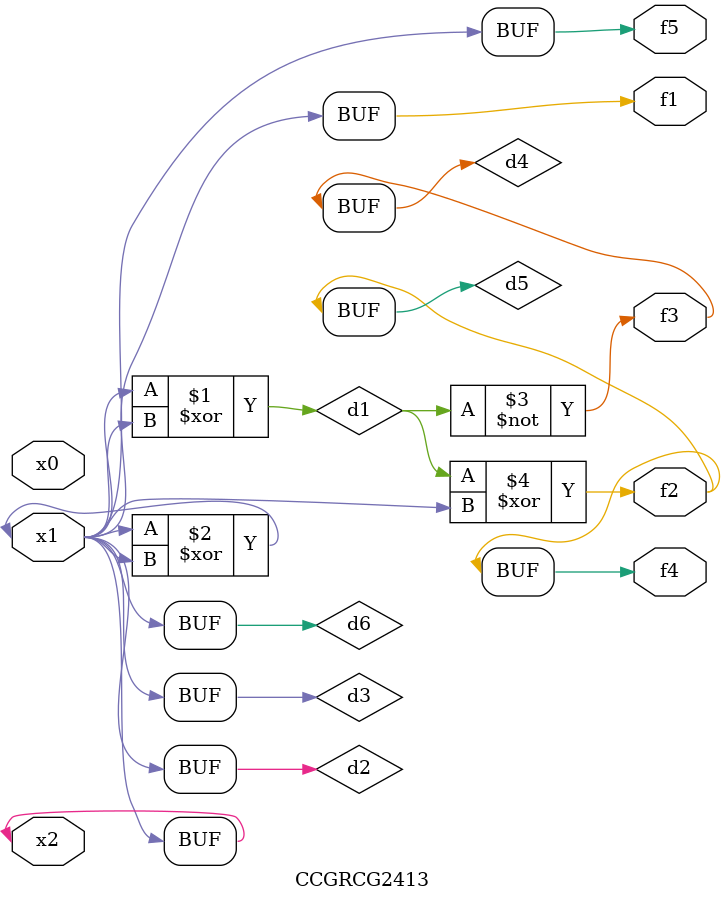
<source format=v>
module CCGRCG2413(
	input x0, x1, x2,
	output f1, f2, f3, f4, f5
);

	wire d1, d2, d3, d4, d5, d6;

	xor (d1, x1, x2);
	buf (d2, x1, x2);
	xor (d3, x1, x2);
	nor (d4, d1);
	xor (d5, d1, d2);
	buf (d6, d2, d3);
	assign f1 = d6;
	assign f2 = d5;
	assign f3 = d4;
	assign f4 = d5;
	assign f5 = d6;
endmodule

</source>
